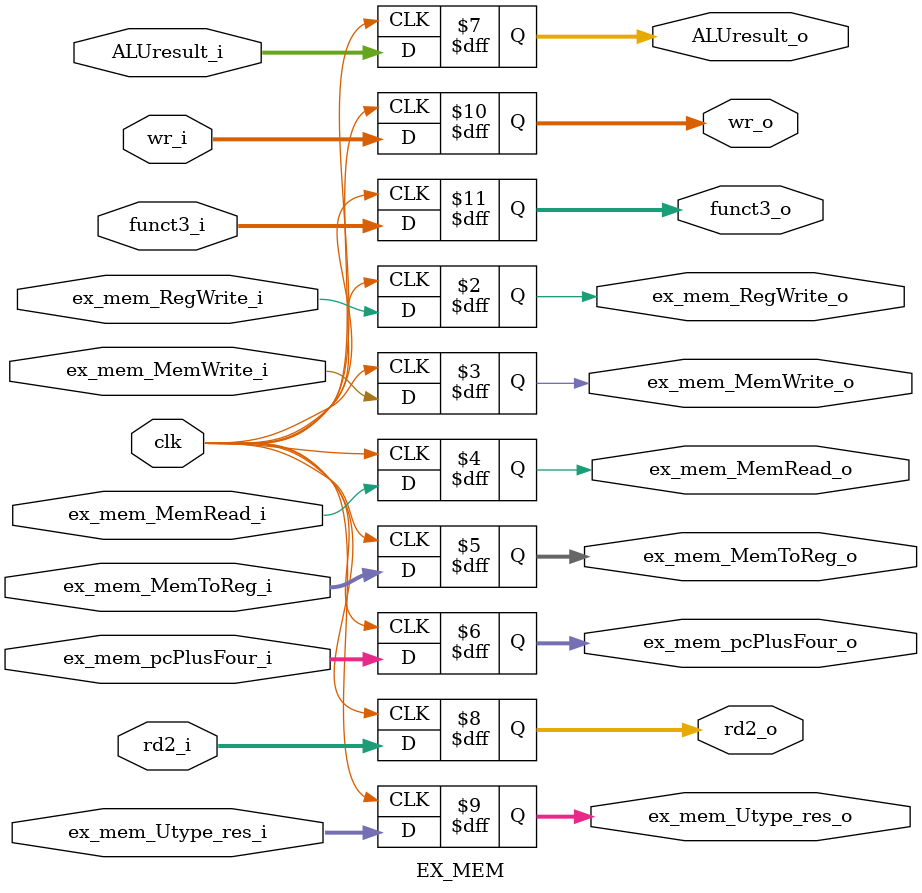
<source format=v>
/* BA : Branch Address*/

module EX_MEM (
    clk,
    ex_mem_RegWrite_i ,
    ex_mem_MemToReg_i ,    
    ex_mem_MemRead_i  ,
    ex_mem_MemWrite_i ,
    ex_mem_pcPlusFour_i,
    ex_mem_Utype_res_i,
    ALUresult_i,
    rd2_i      ,
    wr_i       ,
    funct3_i,
    ex_mem_RegWrite_o ,
    ex_mem_MemToReg_o ,    
    ex_mem_MemRead_o  ,
    ex_mem_MemWrite_o ,
    ex_mem_pcPlusFour_o,
    ex_mem_Utype_res_o,
    ALUresult_o,
    rd2_o      ,
    wr_o,
    funct3_o
);

    input clk, ex_mem_RegWrite_i, ex_mem_MemWrite_i, ex_mem_MemRead_i;
    input [1:0] ex_mem_MemToReg_i;
    input [31:0] ex_mem_pcPlusFour_i, ALUresult_i, rd2_i, ex_mem_Utype_res_i;
    input [4:0] wr_i;
    input [2:0] funct3_i;

    output reg ex_mem_RegWrite_o, ex_mem_MemWrite_o, ex_mem_MemRead_o;
    output reg [1:0] ex_mem_MemToReg_o;
    output reg [31:0] ex_mem_pcPlusFour_o, ALUresult_o, rd2_o, ex_mem_Utype_res_o;
    output reg [4:0] wr_o;
    output reg [2:0] funct3_o;

    always @(negedge clk) begin
        ex_mem_RegWrite_o <= ex_mem_RegWrite_i;
        ex_mem_MemToReg_o <= ex_mem_MemToReg_i;
        ex_mem_MemRead_o  <= ex_mem_MemRead_i;
        ex_mem_MemWrite_o <= ex_mem_MemWrite_i;
        ex_mem_pcPlusFour_o <= ex_mem_pcPlusFour_i;
        ex_mem_Utype_res_o <= ex_mem_Utype_res_i;
        ALUresult_o <= ALUresult_i;
        rd2_o <= rd2_i;
        wr_o <= wr_i;
        funct3_o <= funct3_i;
    end

endmodule

</source>
